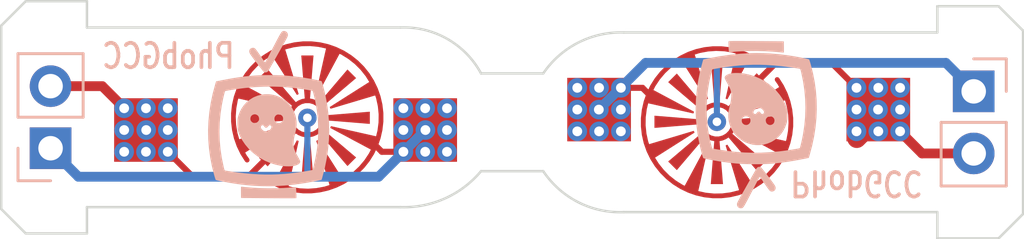
<source format=kicad_pcb>
(kicad_pcb (version 20221018) (generator pcbnew)
  (layers (0 "F.Cu" signal) (31 "B.Cu" signal) (36 "B.SilkS" user "B.Silkscreen") (37 "F.SilkS" user "F.Silkscreen") (38 "B.Mask" user) (39 "F.Mask" user) (44 "Edge.Cuts" user))
  (net 0 "")
  (net 1 "Net-(J1-Pad1)")
  (net 2 "Net-(J1-Pad2)")
  (net 3 "Net-(J2-Pad1)")
  (net 4 "Net-(J2-Pad2)")
  (footprint "PhobGCC_2_0_0_footprints:Trigger_Contact_Big" (layer "F.Cu") (at 116.797971 71.588)
    (fp_text reference "SW1" hide)
    (fp_text value "L" hide)
    (pad "1" thru_hole circle (at -5.7 -1.39) (size 0.8 0.8) (drill 0.4) (layers "*.Cu" "*.Mask") (net 1 "Net-(J1-Pad1)"))
    (pad "1" thru_hole circle (at -5.7 -0.5) (size 0.8 0.8) (drill 0.4) (layers "*.Cu" "*.Mask") (net 1 "Net-(J1-Pad1)"))
    (pad "1" thru_hole circle (at -5.7 0.39) (size 0.8 0.8) (drill 0.4) (layers "*.Cu" "*.Mask") (net 1 "Net-(J1-Pad1)"))
    (pad "1" thru_hole circle (at -4.82 -0.5) (size 0.8 0.8) (drill 0.4) (layers "*.Cu" "*.Mask") (net 1 "Net-(J1-Pad1)"))
    (pad "1" thru_hole circle (at -4.81 -1.39) (size 0.8 0.8) (drill 0.4) (layers "*.Cu" "*.Mask") (net 1 "Net-(J1-Pad1)"))
    (pad "1" smd custom (at -4.81 -0.5) (size 1.524 1.524) (layers "F.Cu" "F.Paste" "F.Mask") (net 1 "Net-(J1-Pad1)") (options (clearance outline) (anchor circle)) (primitives (gr_rect (start -1.3 -1.3) (end 1.3 1.3) (width 0) (fill yes))))
    (pad "1" thru_hole circle (at -4.81 0.39) (size 0.8 0.8) (drill 0.4) (layers "*.Cu" "*.Mask") (net 1 "Net-(J1-Pad1)"))
    (pad "1" thru_hole circle (at -3.92 -1.39) (size 0.8 0.8) (drill 0.4) (layers "*.Cu" "*.Mask") (net 1 "Net-(J1-Pad1)"))
    (pad "1" thru_hole circle (at -3.92 -0.5) (size 0.8 0.8) (drill 0.4) (layers "*.Cu" "*.Mask") (net 1 "Net-(J1-Pad1)"))
    (pad "1" thru_hole circle (at -3.92 0.39) (size 0.8 0.8) (drill 0.4) (layers "*.Cu" "*.Mask") (net 1 "Net-(J1-Pad1)"))
    (pad "1" smd custom (at -2.65 -1) (size 0.356 0.356) (layers "F.Cu" "F.Paste" "F.Mask") (net 1 "Net-(J1-Pad1)") (options (clearance outline) (anchor circle)) (primitives (gr_arc (start 5.111435 -0.72988) (mid 0.526945 3.15211) (end 4.399839 -1.440066) (width 0.2)) (gr_poly (pts (xy 1.703449 1.369774) (xy 1.738804 1.440485) (xy 0.114665 2.472705) (xy -0.1505 1.924697)) (width 0) (fill yes)) (gr_poly (pts (xy 3.005749 1.969063) (xy 3.076459 1.933707) (xy 4.114047 3.568938) (xy 3.56604 3.834103)) (width 0) (fill yes)) (gr_poly (pts (xy 2.287472 0.057205) (xy 2.21676 0.092561) (xy 1.183521 -1.534395) (xy 1.731529 -1.79956)) (width 0) (fill yes)) (gr_poly (pts (xy 3.583103 1.448376) (xy 3.608104 1.373376) (xy 5.48821 1.792543) (xy 5.288209 2.367544)) (width 0) (fill yes)) (gr_poly (pts (xy 2.235686 1.937266) (xy 2.310687 1.962266) (xy 1.879832 3.875973) (xy 1.304833 3.675973)) (width 0) (fill yes)) (gr_poly (pts (xy 3.634031 0.65999) (xy 3.598676 0.58928) (xy 5.221933 -0.442173) (xy 5.487098 0.105835)) (width 0) (fill yes)) (gr_poly (pts (xy 3.079247 0.078767) (xy 3.004246 0.053767) (xy 3.426359 -1.833924) (xy 4.001359 -1.633924)) (width 0) (fill yes)) (gr_poly (pts (xy 1.716083 0.585141) (xy 1.691082 0.66014) (xy -0.234407 0.224862) (xy -0.034407 -0.350138)) (width 0) (fill yes))))
    (pad "1" thru_hole circle (at 0 0) (size 0.75 0.75) (drill 0.35) (layers "*.Cu" "*.Mask") (net 1 "Net-(J1-Pad1)"))
    (pad "2" smd custom (at 1.65 -1.65) (size 0.356 0.156) (layers "F.Cu" "F.Paste" "F.Mask") (net 2 "Net-(J1-Pad2)") (options (clearance outline) (anchor rect)) (primitives (gr_poly (pts (xy -1.097608 1.226794) (xy -1.239029 1.085372) (xy -0.027632 -0.338156) (xy 0.325921 0.015398)) (width 0) (fill yes)) (gr_circle (center -1.65 1.65) (end -0.95 1.65) (width 0.2) (fill none)) (gr_poly (pts (xy -0.95 1.75) (xy -0.95 1.55) (xy 0.9 1.4) (xy 0.9 1.9)) (width 0) (fill yes)) (gr_poly (pts (xy -1.75 2.35) (xy -1.55 2.35) (xy -1.4 4.2) (xy -1.9 4.2)) (width 0) (fill yes)) (gr_poly (pts (xy -2.35 1.55) (xy -2.35 1.75) (xy -4.2 1.9) (xy -4.2 1.4)) (width 0) (fill yes)) (gr_poly (pts (xy -2.087557 1.085372) (xy -2.228979 1.226794) (xy -3.640007 0.027898) (xy -3.286453 -0.325656)) (width 0) (fill yes)) (gr_poly (pts (xy -1.239029 2.216743) (xy -1.097608 2.075322) (xy 0.32592 3.286718) (xy -0.027633 3.640271)) (width 0) (fill yes)) (gr_poly (pts (xy -2.228979 2.075322) (xy -2.087557 2.216743) (xy -3.286451 3.62777) (xy -3.640005 3.274217)) (width 0) (fill yes)) (gr_poly (pts (xy -1.55 0.95) (xy -1.75 0.95) (xy -1.9 -0.9) (xy -1.4 -0.9)) (width 0) (fill yes))))
    (pad "2" thru_hole circle (at 5.7 -1.39) (size 0.8 0.8) (drill 0.4) (layers "*.Cu" "*.Mask") (net 2 "Net-(J1-Pad2)"))
    (pad "2" thru_hole circle (at 5.7 -0.5) (size 0.8 0.8) (drill 0.4) (layers "*.Cu" "*.Mask") (net 2 "Net-(J1-Pad2)"))
    (pad "2" thru_hole circle (at 5.7 0.39) (size 0.8 0.8) (drill 0.4) (layers "*.Cu" "*.Mask") (net 2 "Net-(J1-Pad2)"))
    (pad "2" thru_hole circle (at 6.58 -0.5) (size 0.8 0.8) (drill 0.4) (layers "*.Cu" "*.Mask") (net 2 "Net-(J1-Pad2)"))
    (pad "2" thru_hole circle (at 6.59 -1.39) (size 0.8 0.8) (drill 0.4) (layers "*.Cu" "*.Mask") (net 2 "Net-(J1-Pad2)"))
    (pad "2" smd custom (at 6.59 -0.5) (size 1.524 1.524) (layers "F.Cu" "F.Paste" "F.Mask") (net 2 "Net-(J1-Pad2)") (options (clearance outline) (anchor circle)) (primitives (gr_rect (start -1.3 -1.3) (end 1.3 1.3) (width 0) (fill yes))))
    (pad "2" thru_hole circle (at 6.59 0.39) (size 0.8 0.8) (drill 0.4) (layers "*.Cu" "*.Mask") (net 2 "Net-(J1-Pad2)"))
    (pad "2" thru_hole circle (at 7.48 -1.39) (size 0.8 0.8) (drill 0.4) (layers "*.Cu" "*.Mask") (net 2 "Net-(J1-Pad2)"))
    (pad "2" thru_hole circle (at 7.48 -0.5) (size 0.8 0.8) (drill 0.4) (layers "*.Cu" "*.Mask") (net 2 "Net-(J1-Pad2)"))
    (pad "2" thru_hole circle (at 7.48 0.39) (size 0.8 0.8) (drill 0.4) (layers "*.Cu" "*.Mask") (net 2 "Net-(J1-Pad2)"))
  )
  (footprint "PhobGCC_Footprints:breakaway-mousebites-double" (layer "F.Cu") (at 109.705907 71.375 90)
    (fp_text reference "H2" hide)
    (fp_text value "MouseBiteRA" hide)
    (fp_line (start -2.233 -2.537893) (end -2.233 0.002107) (stroke (width 0.1)) (layer "Edge.Cuts"))
    (fp_line (start 1.767 -2.537893) (end 1.767 0.002107) (stroke (width 0.1)) (layer "Edge.Cuts"))
    (pad "" np_thru_hole circle (at -1.5 -2.26085 270) (size 0.7874 0.7874) (drill 0.7874) (layers "*.Cu" "*.Mask"))
    (pad "" np_thru_hole circle (at -1.5 -0.23 90) (size 0.7874 0.7874) (drill 0.7874) (layers "*.Cu" "*.Mask"))
    (pad "" np_thru_hole circle (at -0.23 -2.26085 270) (size 0.7874 0.7874) (drill 0.7874) (layers "*.Cu" "*.Mask"))
    (pad "" np_thru_hole circle (at -0.23 -0.23 90) (size 0.7874 0.7874) (drill 0.7874) (layers "*.Cu" "*.Mask"))
    (pad "" np_thru_hole circle (at 1.04 -2.26085 270) (size 0.7874 0.7874) (drill 0.7874) (layers "*.Cu" "*.Mask"))
    (pad "" np_thru_hole circle (at 1.04 -0.23 90) (size 0.7874 0.7874) (drill 0.7874) (layers "*.Cu" "*.Mask"))
  )
  (footprint "PhobGCC_2_0_0_footprints:Trigger_Contact_Big" (layer "F.Cu") (at 100.078057 71.424503 180)
    (fp_text reference "SW2" hide)
    (fp_text value "R" hide)
    (pad "1" thru_hole circle (at -5.7 -1.39 180) (size 0.8 0.8) (drill 0.4) (layers "*.Cu" "*.Mask") (net 3 "Net-(J2-Pad1)"))
    (pad "1" thru_hole circle (at -5.7 -0.5 180) (size 0.8 0.8) (drill 0.4) (layers "*.Cu" "*.Mask") (net 3 "Net-(J2-Pad1)"))
    (pad "1" thru_hole circle (at -5.7 0.39 180) (size 0.8 0.8) (drill 0.4) (layers "*.Cu" "*.Mask") (net 3 "Net-(J2-Pad1)"))
    (pad "1" thru_hole circle (at -4.82 -0.5 180) (size 0.8 0.8) (drill 0.4) (layers "*.Cu" "*.Mask") (net 3 "Net-(J2-Pad1)"))
    (pad "1" thru_hole circle (at -4.81 -1.39 180) (size 0.8 0.8) (drill 0.4) (layers "*.Cu" "*.Mask") (net 3 "Net-(J2-Pad1)"))
    (pad "1" smd custom (at -4.81 -0.5 180) (size 1.524 1.524) (layers "F.Cu" "F.Paste" "F.Mask") (net 3 "Net-(J2-Pad1)") (options (clearance outline) (anchor circle)) (primitives (gr_rect (start -1.3 -1.3) (end 1.3 1.3) (width 0) (fill yes))))
    (pad "1" thru_hole circle (at -4.81 0.39 180) (size 0.8 0.8) (drill 0.4) (layers "*.Cu" "*.Mask") (net 3 "Net-(J2-Pad1)"))
    (pad "1" thru_hole circle (at -3.92 -1.39 180) (size 0.8 0.8) (drill 0.4) (layers "*.Cu" "*.Mask") (net 3 "Net-(J2-Pad1)"))
    (pad "1" thru_hole circle (at -3.92 -0.5 180) (size 0.8 0.8) (drill 0.4) (layers "*.Cu" "*.Mask") (net 3 "Net-(J2-Pad1)"))
    (pad "1" thru_hole circle (at -3.92 0.39 180) (size 0.8 0.8) (drill 0.4) (layers "*.Cu" "*.Mask") (net 3 "Net-(J2-Pad1)"))
    (pad "1" smd custom (at -2.65 -1 180) (size 0.356 0.356) (layers "F.Cu" "F.Paste" "F.Mask") (net 3 "Net-(J2-Pad1)") (options (clearance outline) (anchor circle)) (primitives (gr_arc (start 5.111435 -0.72988) (mid 0.526945 3.15211) (end 4.399839 -1.440066) (width 0.2)) (gr_poly (pts (xy 1.703449 1.369774) (xy 1.738804 1.440485) (xy 0.114665 2.472705) (xy -0.1505 1.924697)) (width 0) (fill yes)) (gr_poly (pts (xy 3.005749 1.969063) (xy 3.076459 1.933707) (xy 4.114047 3.568938) (xy 3.56604 3.834103)) (width 0) (fill yes)) (gr_poly (pts (xy 2.287472 0.057205) (xy 2.21676 0.092561) (xy 1.183521 -1.534395) (xy 1.731529 -1.79956)) (width 0) (fill yes)) (gr_poly (pts (xy 3.583103 1.448376) (xy 3.608104 1.373376) (xy 5.48821 1.792543) (xy 5.288209 2.367544)) (width 0) (fill yes)) (gr_poly (pts (xy 2.235686 1.937266) (xy 2.310687 1.962266) (xy 1.879832 3.875973) (xy 1.304833 3.675973)) (width 0) (fill yes)) (gr_poly (pts (xy 3.634031 0.65999) (xy 3.598676 0.58928) (xy 5.221933 -0.442173) (xy 5.487098 0.105835)) (width 0) (fill yes)) (gr_poly (pts (xy 3.079247 0.078767) (xy 3.004246 0.053767) (xy 3.426359 -1.833924) (xy 4.001359 -1.633924)) (width 0) (fill yes)) (gr_poly (pts (xy 1.716083 0.585141) (xy 1.691082 0.66014) (xy -0.234407 0.224862) (xy -0.034407 -0.350138)) (width 0) (fill yes))))
    (pad "1" thru_hole circle (at 0 0 180) (size 0.75 0.75) (drill 0.35) (layers "*.Cu" "*.Mask") (net 3 "Net-(J2-Pad1)"))
    (pad "2" smd custom (at 1.65 -1.65 180) (size 0.356 0.156) (layers "F.Cu" "F.Paste" "F.Mask") (net 4 "Net-(J2-Pad2)") (options (clearance outline) (anchor rect)) (primitives (gr_poly (pts (xy -1.097608 1.226794) (xy -1.239029 1.085372) (xy -0.027632 -0.338156) (xy 0.325921 0.015398)) (width 0) (fill yes)) (gr_circle (center -1.65 1.65) (end -0.95 1.65) (width 0.2) (fill none)) (gr_poly (pts (xy -0.95 1.75) (xy -0.95 1.55) (xy 0.9 1.4) (xy 0.9 1.9)) (width 0) (fill yes)) (gr_poly (pts (xy -1.75 2.35) (xy -1.55 2.35) (xy -1.4 4.2) (xy -1.9 4.2)) (width 0) (fill yes)) (gr_poly (pts (xy -2.35 1.55) (xy -2.35 1.75) (xy -4.2 1.9) (xy -4.2 1.4)) (width 0) (fill yes)) (gr_poly (pts (xy -2.087557 1.085372) (xy -2.228979 1.226794) (xy -3.640007 0.027898) (xy -3.286453 -0.325656)) (width 0) (fill yes)) (gr_poly (pts (xy -1.239029 2.216743) (xy -1.097608 2.075322) (xy 0.32592 3.286718) (xy -0.027633 3.640271)) (width 0) (fill yes)) (gr_poly (pts (xy -2.228979 2.075322) (xy -2.087557 2.216743) (xy -3.286451 3.62777) (xy -3.640005 3.274217)) (width 0) (fill yes)) (gr_poly (pts (xy -1.55 0.95) (xy -1.75 0.95) (xy -1.9 -0.9) (xy -1.4 -0.9)) (width 0) (fill yes))))
    (pad "2" thru_hole circle (at 5.7 -1.39 180) (size 0.8 0.8) (drill 0.4) (layers "*.Cu" "*.Mask") (net 4 "Net-(J2-Pad2)"))
    (pad "2" thru_hole circle (at 5.7 -0.5 180) (size 0.8 0.8) (drill 0.4) (layers "*.Cu" "*.Mask") (net 4 "Net-(J2-Pad2)"))
    (pad "2" thru_hole circle (at 5.7 0.39 180) (size 0.8 0.8) (drill 0.4) (layers "*.Cu" "*.Mask") (net 4 "Net-(J2-Pad2)"))
    (pad "2" thru_hole circle (at 6.58 -0.5 180) (size 0.8 0.8) (drill 0.4) (layers "*.Cu" "*.Mask") (net 4 "Net-(J2-Pad2)"))
    (pad "2" thru_hole circle (at 6.59 -1.39 180) (size 0.8 0.8) (drill 0.4) (layers "*.Cu" "*.Mask") (net 4 "Net-(J2-Pad2)"))
    (pad "2" smd custom (at 6.59 -0.5 180) (size 1.524 1.524) (layers "F.Cu" "F.Paste" "F.Mask") (net 4 "Net-(J2-Pad2)") (options (clearance outline) (anchor circle)) (primitives (gr_rect (start -1.3 -1.3) (end 1.3 1.3) (width 0) (fill yes))))
    (pad "2" thru_hole circle (at 6.59 0.39 180) (size 0.8 0.8) (drill 0.4) (layers "*.Cu" "*.Mask") (net 4 "Net-(J2-Pad2)"))
    (pad "2" thru_hole circle (at 7.48 -1.39 180) (size 0.8 0.8) (drill 0.4) (layers "*.Cu" "*.Mask") (net 4 "Net-(J2-Pad2)"))
    (pad "2" thru_hole circle (at 7.48 -0.5 180) (size 0.8 0.8) (drill 0.4) (layers "*.Cu" "*.Mask") (net 4 "Net-(J2-Pad2)"))
    (pad "2" thru_hole circle (at 7.48 0.39 180) (size 0.8 0.8) (drill 0.4) (layers "*.Cu" "*.Mask") (net 4 "Net-(J2-Pad2)"))
  )
  (footprint "PhobGCC_Footprints:Pin_Header_Straight_1x02_Pitch2.54mm" (layer "B.Cu") (at 127.282971 70.343003 180)
    (fp_text reference "J1" hide)
    (fp_text value "L" hide)
    (fp_line (start -1.33 -3.87) (end 1.33 -3.87) (stroke (width 0.12)) (layer "B.SilkS"))
    (fp_line (start -1.33 -1.27) (end -1.33 -3.87) (stroke (width 0.12)) (layer "B.SilkS"))
    (fp_line (start -1.33 -1.27) (end 1.33 -1.27) (stroke (width 0.12)) (layer "B.SilkS"))
    (fp_line (start -1.33 0) (end -1.33 1.33) (stroke (width 0.12)) (layer "B.SilkS"))
    (fp_line (start -1.33 1.33) (end 0 1.33) (stroke (width 0.12)) (layer "B.SilkS"))
    (fp_line (start 1.33 -1.27) (end 1.33 -3.87) (stroke (width 0.12)) (layer "B.SilkS"))
    (pad "1" thru_hole rect (at 0 0 180) (size 1.7 1.7) (drill 1) (layers "*.Cu" "*.Mask") (net 1 "Net-(J1-Pad1)"))
    (pad "2" thru_hole oval (at 0 -2.54 180) (size 1.7 1.7) (drill 1) (layers "*.Cu" "*.Mask") (net 2 "Net-(J1-Pad2)"))
  )
  (footprint "Library:phobtv_bold_smol" (layer "B.Cu") (at 118.4 71.7)
    (fp_text reference "G***" hide)
    (fp_text value "LOGO" hide)
    (fp_poly (pts (xy 1.128773 -2.944901) (xy 1.13119 -2.945735) (xy 1.132329 -2.957281) (xy 1.133129 -2.986661) (xy 1.13361 -3.029938) (xy 1.133795 -3.083174) (xy 1.133708 -3.142431) (xy 1.133368 -3.203771) (xy 1.1328 -3.263258) (xy 1.132025 -3.316954) (xy 1.131065 -3.360921) (xy 1.129943 -3.391221) (xy 1.128681 -3.403918) (xy 1.128604 -3.404031) (xy 1.117709 -3.404349) (xy 1.086478 -3.404802) (xy 1.036351 -3.405378) (xy 0.968764 -3.406064) (xy 0.885158 -3.406847) (xy 0.78697 -3.407716) (xy 0.675639 -3.408657) (xy 0.552603 -3.409658) (xy 0.419301 -3.410707) (xy 0.277172 -3.411792) (xy 0.127653 -3.412899) (xy 0.004348 -3.413788) (xy -0.185953 -3.415088) (xy -0.355457 -3.416119) (xy -0.505138 -3.416879) (xy -0.635972 -3.417362) (xy -0.748934 -3.417564) (xy -0.844998 -3.417481) (xy -0.925141 -3.417108) (xy -0.990337 -3.416442) (xy -1.041561 -3.415478) (xy -1.07979 -3.414212) (xy -1.105997 -3.41264) (xy -1.121158 -3.410757) (xy -1.126145 -3.408828) (xy -1.128989 -3.393264) (xy -1.13037 -3.360941) (xy -1.130462 -3.315773) (xy -1.12944 -3.261675) (xy -1.127477 -3.202563) (xy -1.124747 -3.142353) (xy -1.121424 -3.084958) (xy -1.117681 -3.034296) (xy -1.113692 -2.99428) (xy -1.109632 -2.968827) (xy -1.106286 -2.961564) (xy -1.09193 -2.962508) (xy -1.059643 -2.964987) (xy -1.01319 -2.9687) (xy -0.956337 -2.973346) (xy -0.903643 -2.977721) (xy -0.602638 -2.997432) (xy -0.288392 -3.007747) (xy 0.032733 -3.008756) (xy 0.354379 -3.000551) (xy 0.670184 -2.983219) (xy 0.973789 -2.956852) (xy 1.033638 -2.950373) (xy 1.076029 -2.946313) (xy 1.109532 -2.944404)) (fill solid) (layer "B.SilkS"))
    (fp_poly (pts (xy -0.59812 3.42473) (xy -0.584482 3.42319) (xy -0.571776 3.420306) (xy -0.559287 3.414918) (xy -0.546301 3.405862) (xy -0.532103 3.391979) (xy -0.515979 3.372104) (xy -0.497216 3.345077) (xy -0.475098 3.309736) (xy -0.448911 3.264918) (xy -0.417942 3.209462) (xy -0.381475 3.142206) (xy -0.338797 3.061987) (xy -0.289193 2.967645) (xy -0.23195 2.858017) (xy -0.166351 2.731941) (xy -0.091685 2.588256) (xy -0.055279 2.518204) (xy -0.01572 2.442223) (xy 0.02169 2.370611) (xy 0.055475 2.306177) (xy 0.084155 2.25173) (xy 0.106256 2.210079) (xy 0.120299 2.184032) (xy 0.122897 2.179369) (xy 0.138152 2.153686) (xy 0.147734 2.144631) (xy 0.156638 2.149851) (xy 0.164435 2.159793) (xy 0.174899 2.174535) (xy 0.195901 2.20475) (xy 0.22571 2.247925) (xy 0.262594 2.301545) (xy 0.304822 2.363097) (xy 0.350662 2.430066) (xy 0.359254 2.442633) (xy 0.418275 2.527919) (xy 0.46914 2.599199) (xy 0.511079 2.655455) (xy 0.543324 2.695666) (xy 0.565106 2.718812) (xy 0.57051 2.72294) (xy 0.618958 2.740681) (xy 0.670728 2.74032) (xy 0.719967 2.723501) (xy 0.760824 2.69187) (xy 0.780189 2.664) (xy 0.796689 2.61039) (xy 0.7918 2.554324) (xy 0.765475 2.495278) (xy 0.764157 2.493137) (xy 0.742209 2.459787) (xy 0.710563 2.414409) (xy 0.670928 2.359245) (xy 0.625015 2.296538) (xy 0.574533 2.228531) (xy 0.521192 2.157467) (xy 0.466703 2.085589) (xy 0.412775 2.015138) (xy 0.361119 1.948359) (xy 0.313444 1.887493) (xy 0.271461 1.834783) (xy 0.236879 1.792473) (xy 0.211408 1.762805) (xy 0.196759 1.748022) (xy 0.195304 1.747062) (xy 0.146972 1.733083) (xy 0.095475 1.735985) (xy 0.06297 1.747997) (xy 0.039548 1.7673) (xy 0.015318 1.797046) (xy 0.007057 1.810163) (xy -0.048584 1.907708) (xy -0.108173 2.012418) (xy -0.170529 2.122202) (xy -0.234473 2.234968) (xy -0.298824 2.348625) (xy -0.362402 2.461083) (xy -0.424028 2.57025) (xy -0.482521 2.674034) (xy -0.536701 2.770345) (xy -0.585388 2.857093) (xy -0.627403 2.932184) (xy -0.661565 2.993529) (xy -0.686694 3.039036) (xy -0.695127 3.054504) (xy -0.72892 3.117818) (xy -0.753166 3.165834) (xy -0.769319 3.202047) (xy -0.778833 3.229953) (xy -0.783161 3.253046) (xy -0.783883 3.267918) (xy -0.774178 3.323421) (xy -0.747489 3.370205) (xy -0.707453 3.404896) (xy -0.65771 3.424116) (xy -0.613403 3.42609)) (fill solid) (layer "B.SilkS"))
    (fp_poly (pts (xy 0.162363 0.840019) (xy 0.312452 0.819482) (xy 0.461465 0.779284) (xy 0.607771 0.718737) (xy 0.649975 0.696997) (xy 0.7857 0.611664) (xy 0.907633 0.509969) (xy 1.014824 0.393133) (xy 1.106325 0.262377) (xy 1.181188 0.118921) (xy 1.238463 -0.036012) (xy 1.249378 -0.074365) (xy 1.260146 -0.116636) (xy 1.267816 -0.154048) (xy 1.272903 -0.191873) (xy 1.275924 -0.235381) (xy 1.277397 -0.289844) (xy 1.277837 -0.360533) (xy 1.277841 -0.364724) (xy 1.275868 -0.472086) (xy 1.269006 -0.563504) (xy 1.256148 -0.644475) (xy 1.236185 -0.720499) (xy 1.208011 -0.797073) (xy 1.176628 -0.867015) (xy 1.077804 -1.048975) (xy 0.96094 -1.22021) (xy 0.827496 -1.379683) (xy 0.678932 -1.526355) (xy 0.516709 -1.65919) (xy 0.342288 -1.777149) (xy 0.157128 -1.879195) (xy -0.037309 -1.964291) (xy -0.239564 -2.031398) (xy -0.448175 -2.07948) (xy -0.553086 -2.095888) (xy -0.636564 -2.104315) (xy -0.727664 -2.109134) (xy -0.819318 -2.110274) (xy -0.904461 -2.107663) (xy -0.976024 -2.101228) (xy -0.982752 -2.100285) (xy -1.07249 -2.082329) (xy -1.148703 -2.05724) (xy -1.209671 -2.026053) (xy -1.253675 -1.989807) (xy -1.278997 -1.949539) (xy -1.284697 -1.918084) (xy -1.278264 -1.88773) (xy -1.25929 -1.840995) (xy -1.228266 -1.77894) (xy -1.18568 -1.702631) (xy -1.184754 -1.701035) (xy -1.126819 -1.596941) (xy -1.082312 -1.506876) (xy -1.050215 -1.42858) (xy -1.029509 -1.359792) (xy -1.027924 -1.35289) (xy -1.015291 -1.261036) (xy -1.014202 -1.153305) (xy -1.024399 -1.032121) (xy -1.045625 -0.899909) (xy -1.077623 -0.759092) (xy -1.099252 -0.680454) (xy -1.125763 -0.5577) (xy -1.129806 -0.513594) (xy -0.111014 -0.513594) (xy -0.094045 -0.558235) (xy -0.080596 -0.579578) (xy -0.032354 -0.632298) (xy 0.024243 -0.664967) (xy 0.089325 -0.677622) (xy 0.163027 -0.670306) (xy 0.192531 -0.662538) (xy 0.222368 -0.646408) (xy 0.256711 -0.617636) (xy 0.289227 -0.582469) (xy 0.313587 -0.547154) (xy 0.317613 -0.539138) (xy 0.324271 -0.500678) (xy 0.312081 -0.464065) (xy 0.288276 -0.439778) (xy 0.26483 -0.428438) (xy 0.241928 -0.430528) (xy 0.228569 -0.435517) (xy 0.206162 -0.447203) (xy 0.196022 -0.457239) (xy 0.195971 -0.457751) (xy 0.18954 -0.47093) (xy 0.173528 -0.492971) (xy 0.167785 -0.499979) (xy 0.134228 -0.527281) (xy 0.098891 -0.533367) (xy 0.064139 -0.518164) (xy 0.048583 -0.503536) (xy 0.023265 -0.475015) (xy -0.000411 -0.448248) (xy -0.000558 -0.448081) (xy -0.022967 -0.430011) (xy -0.048129 -0.428798) (xy -0.052357 -0.429745) (xy -0.089782 -0.44729) (xy -0.109463 -0.475926) (xy -0.111014 -0.513594) (xy -1.129806 -0.513594) (xy -1.137966 -0.424562) (xy -1.135917 -0.287023) (xy -1.120353 -0.156754) (xy -0.587872 -0.156754) (xy -0.577987 -0.219373) (xy -0.549907 -0.273013) (xy -0.505844 -0.314169) (xy -0.479406 -0.328575) (xy -0.441228 -0.337057) (xy -0.393983 -0.336335) (xy -0.347856 -0.327377) (xy -0.31562 -0.313009) (xy -0.269034 -0.272203) (xy -0.241614 -0.224727) (xy -0.234696 -0.191958) (xy 0.393496 -0.191958) (xy 0.399564 -0.220902) (xy 0.414631 -0.248514) (xy 0.415734 -0.250148) (xy 0.45918 -0.299023) (xy 0.510129 -0.327839) (xy 0.570194 -0.337501) (xy 0.571582 -0.337505) (xy 0.620945 -0.332523) (xy 0.660164 -0.315875) (xy 0.664976 -0.31275) (xy 0.712785 -0.271466) (xy 0.740478 -0.224403) (xy 0.749504 -0.168779) (xy 0.748914 -0.15171) (xy 0.735905 -0.088784) (xy 0.7064 -0.0399) (xy 0.659971 -0.004405) (xy 0.64887 0.00103) (xy 0.59371 0.018531) (xy 0.541799 0.017155) (xy 0.494294 0.00103) (xy 0.444503 -0.031922) (xy 0.41172 -0.078135) (xy 0.395517 -0.138262) (xy 0.39425 -0.15171) (xy 0.393496 -0.191958) (xy -0.234696 -0.191958) (xy -0.231692 -0.177729) (xy -0.235855 -0.118771) (xy -0.257272 -0.067345) (xy -0.292399 -0.025802) (xy -0.337693 0.003508) (xy -0.389611 0.018236) (xy -0.444609 0.016031) (xy -0.495048 -0.003067) (xy -0.545257 -0.041774) (xy -0.576057 -0.090243) (xy -0.58774 -0.148953) (xy -0.587872 -0.156754) (xy -1.120353 -0.156754) (xy -1.119673 -0.151063) (xy -1.093177 -0.035732) (xy -1.038897 0.11477) (xy -0.967752 0.253152) (xy -0.881373 0.378727) (xy -0.78139 0.49081) (xy -0.669436 0.588715) (xy -0.547141 0.671757) (xy -0.416136 0.739249) (xy -0.278052 0.790507) (xy -0.13452 0.824845) (xy 0.012828 0.841578)) (fill solid) (layer "B.SilkS"))
    (fp_poly (pts (xy 0.161396 1.622304) (xy 0.359089 1.616435) (xy 0.55271 1.606222) (xy 0.745436 1.59131) (xy 0.940445 1.571344) (xy 1.140916 1.545968) (xy 1.350027 1.514829) (xy 1.570956 1.477571) (xy 1.806882 1.433839) (xy 1.997747 1.396139) (xy 2.150102 1.365355) (xy 2.185427 1.246094) (xy 2.287068 0.867295) (xy 2.367023 0.490327) (xy 2.425295 0.115066) (xy 2.461884 -0.258609) (xy 2.476792 -0.630822) (xy 2.470021 -1.001695) (xy 2.441573 -1.371351) (xy 2.391447 -1.739913) (xy 2.319647 -2.107503) (xy 2.230065 -2.460523) (xy 2.212119 -2.522292) (xy 2.195241 -2.577153) (xy 2.180618 -2.621498) (xy 2.169433 -2.65172) (xy 2.16324 -2.663909) (xy 2.148336 -2.670215) (xy 2.114475 -2.679704) (xy 2.064156 -2.691854) (xy 1.999881 -2.706146) (xy 1.924149 -2.722059) (xy 1.83946 -2.739071) (xy 1.748315 -2.756662) (xy 1.653212 -2.774312) (xy 1.556654 -2.7915) (xy 1.521687 -2.797531) (xy 1.214507 -2.844327) (xy 0.90246 -2.880878) (xy 0.590486 -2.906829) (xy 0.283522 -2.921827) (xy -0.013496 -2.925517) (xy -0.206858 -2.921402) (xy -0.635153 -2.897266) (xy -1.057241 -2.855709) (xy -1.477714 -2.796132) (xy -1.901164 -2.717939) (xy -2.10039 -2.675066) (xy -2.159417 -2.661807) (xy -2.190705 -2.553) (xy -2.289951 -2.171057) (xy -2.36751 -1.790765) (xy -2.423391 -1.411891) (xy -2.457599 -1.034205) (xy -2.470143 -0.657475) (xy -2.47004 -0.653236) (xy -2.018199 -0.653236) (xy -2.015624 -0.837629) (xy -2.008388 -1.009704) (xy -1.995885 -1.175605) (xy -1.97751 -1.341472) (xy -1.952657 -1.513449) (xy -1.92072 -1.697678) (xy -1.909276 -1.758294) (xy -1.897795 -1.815238) (xy -1.883895 -1.879697) (xy -1.868416 -1.948237) (xy -1.852198 -2.017424) (xy -1.83608 -2.083823) (xy -1.820901 -2.144001) (xy -1.8075 -2.194523) (xy -1.796718 -2.231954) (xy -1.789394 -2.25286) (xy -1.787677 -2.255773) (xy -1.774485 -2.260242) (xy -1.742879 -2.267433) (xy -1.695972 -2.276798) (xy -1.636878 -2.287791) (xy -1.56871 -2.299863) (xy -1.494581 -2.312466) (xy -1.417604 -2.325052) (xy -1.340894 -2.337075) (xy -1.267563 -2.347985) (xy -1.246592 -2.350973) (xy -0.94631 -2.389436) (xy -0.660917 -2.417912) (xy -0.386075 -2.436633) (xy -0.117447 -2.445835) (xy 0.149305 -2.445752) (xy 0.375611 -2.438654) (xy 0.705458 -2.418983) (xy 1.026407 -2.389658) (xy 1.348651 -2.349642) (xy 1.55688 -2.318483) (xy 1.622041 -2.308042) (xy 1.681006 -2.298423) (xy 1.729909 -2.290271) (xy 1.764885 -2.284229) (xy 1.781791 -2.281008) (xy 1.792169 -2.276096) (xy 1.801247 -2.264442) (xy 1.810361 -2.242642) (xy 1.820847 -2.207293) (xy 1.834041 -2.154989) (xy 1.838444 -2.13667) (xy 1.914414 -1.773068) (xy 1.968612 -1.409741) (xy 2.001039 -1.046666) (xy 2.011693 -0.683817) (xy 2.000576 -0.321167) (xy 1.967688 0.041309) (xy 1.91303 0.403636) (xy 1.867572 0.631128) (xy 1.851364 0.703463) (xy 1.835066 0.77303) (xy 1.819516 0.836552) (xy 1.805547 0.890754) (xy 1.793997 0.932364) (xy 1.785699 0.958105) (xy 1.782441 0.96478) (xy 1.768019 0.970209) (xy 1.73469 0.978064) (xy 1.685134 0.987921) (xy 1.622033 0.999359) (xy 1.548066 1.011952) (xy 1.465914 1.025279) (xy 1.378258 1.038917) (xy 1.287778 1.052442) (xy 1.197154 1.065432) (xy 1.109068 1.077463) (xy 1.026199 1.088112) (xy 0.951227 1.096957) (xy 0.930862 1.099176) (xy 0.567955 1.131126) (xy 0.211022 1.149214) (xy -0.137348 1.153418) (xy -0.474563 1.143713) (xy -0.798035 1.120075) (xy -0.843763 1.115477) (xy -0.928307 1.106209) (xy -1.019973 1.095349) (xy -1.116295 1.083259) (xy -1.214809 1.070302) (xy -1.31305 1.056841) (xy -1.408552 1.043239) (xy -1.498851 1.029858) (xy -1.581482 1.017061) (xy -1.65398 1.00521) (xy -1.713879 0.994669) (xy -1.758715 0.985801) (xy -1.786023 0.978967) (xy -1.793238 0.975757) (xy -1.798863 0.962277) (xy -1.808297 0.931036) (xy -1.820672 0.885541) (xy -1.835119 0.829296) (xy -1.850771 0.765807) (xy -1.866759 0.698581) (xy -1.882215 0.631122) (xy -1.896271 0.566937) (xy -1.905466 0.522589) (xy -1.945937 0.302451) (xy -1.976786 0.090528) (xy -1.998642 -0.11977) (xy -2.012137 -0.335032) (xy -2.017904 -0.561847) (xy -2.018199 -0.653236) (xy -2.47004 -0.653236) (xy -2.46103 -0.28147) (xy -2.430266 0.094041) (xy -2.377858 0.46929) (xy -2.303815 0.844507) (xy -2.296126 0.878126) (xy -2.278157 0.953714) (xy -2.258844 1.031297) (xy -2.239038 1.10781) (xy -2.219589 1.180186) (xy -2.201346 1.245359) (xy -2.18516 1.300263) (xy -2.171881 1.341833) (xy -2.162358 1.367001) (xy -2.158999 1.372774) (xy -2.14358 1.379498) (xy -2.109265 1.38919) (xy -2.058652 1.401343) (xy -1.994341 1.415449) (xy -1.918931 1.430998) (xy -1.835019 1.447485) (xy -1.745206 1.4644) (xy -1.65209 1.481236) (xy -1.55827 1.497485) (xy -1.466345 1.512639) (xy -1.378913 1.52619) (xy -1.358718 1.529172) (xy -1.090097 1.564906) (xy -0.831992 1.591709) (xy -0.576585 1.610147) (xy -0.31606 1.620784) (xy -0.043549 1.624185)) (fill solid) (layer "B.SilkS"))
  )
  (footprint "PhobGCC_Footprints:Pin_Header_Straight_1x02_Pitch2.54mm" (layer "B.Cu") (at 89.593057 72.6695)
    (fp_text reference "J2" hide)
    (fp_text value "R" hide)
    (fp_line (start -1.33 -3.87) (end 1.33 -3.87) (stroke (width 0.12)) (layer "B.SilkS"))
    (fp_line (start -1.33 -1.27) (end -1.33 -3.87) (stroke (width 0.12)) (layer "B.SilkS"))
    (fp_line (start -1.33 -1.27) (end 1.33 -1.27) (stroke (width 0.12)) (layer "B.SilkS"))
    (fp_line (start -1.33 0) (end -1.33 1.33) (stroke (width 0.12)) (layer "B.SilkS"))
    (fp_line (start -1.33 1.33) (end 0 1.33) (stroke (width 0.12)) (layer "B.SilkS"))
    (fp_line (start 1.33 -1.27) (end 1.33 -3.87) (stroke (width 0.12)) (layer "B.SilkS"))
    (pad "1" thru_hole rect (at 0 0) (size 1.7 1.7) (drill 1) (layers "*.Cu" "*.Mask") (net 3 "Net-(J2-Pad1)"))
    (pad "2" thru_hole oval (at 0 -2.54) (size 1.7 1.7) (drill 1) (layers "*.Cu" "*.Mask") (net 4 "Net-(J2-Pad2)"))
  )
  (footprint "Library:phobtv_bold_smol" (layer "B.Cu") (at 98.5 71.3 180)
    (fp_text reference "G***" hide)
    (fp_text value "LOGO" hide)
    (fp_poly (pts (xy 1.128773 -2.944901) (xy 1.13119 -2.945735) (xy 1.132329 -2.957281) (xy 1.133129 -2.986661) (xy 1.13361 -3.029938) (xy 1.133795 -3.083174) (xy 1.133708 -3.142431) (xy 1.133368 -3.203771) (xy 1.1328 -3.263258) (xy 1.132025 -3.316954) (xy 1.131065 -3.360921) (xy 1.129943 -3.391221) (xy 1.128681 -3.403918) (xy 1.128604 -3.404031) (xy 1.117709 -3.404349) (xy 1.086478 -3.404802) (xy 1.036351 -3.405378) (xy 0.968764 -3.406064) (xy 0.885158 -3.406847) (xy 0.78697 -3.407716) (xy 0.675639 -3.408657) (xy 0.552603 -3.409658) (xy 0.419301 -3.410707) (xy 0.277172 -3.411792) (xy 0.127653 -3.412899) (xy 0.004348 -3.413788) (xy -0.185953 -3.415088) (xy -0.355457 -3.416119) (xy -0.505138 -3.416879) (xy -0.635972 -3.417362) (xy -0.748934 -3.417564) (xy -0.844998 -3.417481) (xy -0.925141 -3.417108) (xy -0.990337 -3.416442) (xy -1.041561 -3.415478) (xy -1.07979 -3.414212) (xy -1.105997 -3.41264) (xy -1.121158 -3.410757) (xy -1.126145 -3.408828) (xy -1.128989 -3.393264) (xy -1.13037 -3.360941) (xy -1.130462 -3.315773) (xy -1.12944 -3.261675) (xy -1.127477 -3.202563) (xy -1.124747 -3.142353) (xy -1.121424 -3.084958) (xy -1.117681 -3.034296) (xy -1.113692 -2.99428) (xy -1.109632 -2.968827) (xy -1.106286 -2.961564) (xy -1.09193 -2.962508) (xy -1.059643 -2.964987) (xy -1.01319 -2.9687) (xy -0.956337 -2.973346) (xy -0.903643 -2.977721) (xy -0.602638 -2.997432) (xy -0.288392 -3.007747) (xy 0.032733 -3.008756) (xy 0.354379 -3.000551) (xy 0.670184 -2.983219) (xy 0.973789 -2.956852) (xy 1.033638 -2.950373) (xy 1.076029 -2.946313) (xy 1.109532 -2.944404)) (fill solid) (layer "B.SilkS"))
    (fp_poly (pts (xy -0.59812 3.42473) (xy -0.584482 3.42319) (xy -0.571776 3.420306) (xy -0.559287 3.414918) (xy -0.546301 3.405862) (xy -0.532103 3.391979) (xy -0.515979 3.372104) (xy -0.497216 3.345077) (xy -0.475098 3.309736) (xy -0.448911 3.264918) (xy -0.417942 3.209462) (xy -0.381475 3.142206) (xy -0.338797 3.061987) (xy -0.289193 2.967645) (xy -0.23195 2.858017) (xy -0.166351 2.731941) (xy -0.091685 2.588256) (xy -0.055279 2.518204) (xy -0.01572 2.442223) (xy 0.02169 2.370611) (xy 0.055475 2.306177) (xy 0.084155 2.25173) (xy 0.106256 2.210079) (xy 0.120299 2.184032) (xy 0.122897 2.179369) (xy 0.138152 2.153686) (xy 0.147734 2.144631) (xy 0.156638 2.149851) (xy 0.164435 2.159793) (xy 0.174899 2.174535) (xy 0.195901 2.20475) (xy 0.22571 2.247925) (xy 0.262594 2.301545) (xy 0.304822 2.363097) (xy 0.350662 2.430066) (xy 0.359254 2.442633) (xy 0.418275 2.527919) (xy 0.46914 2.599199) (xy 0.511079 2.655455) (xy 0.543324 2.695666) (xy 0.565106 2.718812) (xy 0.57051 2.72294) (xy 0.618958 2.740681) (xy 0.670728 2.74032) (xy 0.719967 2.723501) (xy 0.760824 2.69187) (xy 0.780189 2.664) (xy 0.796689 2.61039) (xy 0.7918 2.554324) (xy 0.765475 2.495278) (xy 0.764157 2.493137) (xy 0.742209 2.459787) (xy 0.710563 2.414409) (xy 0.670928 2.359245) (xy 0.625015 2.296538) (xy 0.574533 2.228531) (xy 0.521192 2.157467) (xy 0.466703 2.085589) (xy 0.412775 2.015138) (xy 0.361119 1.948359) (xy 0.313444 1.887493) (xy 0.271461 1.834783) (xy 0.236879 1.792473) (xy 0.211408 1.762805) (xy 0.196759 1.748022) (xy 0.195304 1.747062) (xy 0.146972 1.733083) (xy 0.095475 1.735985) (xy 0.06297 1.747997) (xy 0.039548 1.7673) (xy 0.015318 1.797046) (xy 0.007057 1.810163) (xy -0.048584 1.907708) (xy -0.108173 2.012418) (xy -0.170529 2.122202) (xy -0.234473 2.234968) (xy -0.298824 2.348625) (xy -0.362402 2.461083) (xy -0.424028 2.57025) (xy -0.482521 2.674034) (xy -0.536701 2.770345) (xy -0.585388 2.857093) (xy -0.627403 2.932184) (xy -0.661565 2.993529) (xy -0.686694 3.039036) (xy -0.695127 3.054504) (xy -0.72892 3.117818) (xy -0.753166 3.165834) (xy -0.769319 3.202047) (xy -0.778833 3.229953) (xy -0.783161 3.253046) (xy -0.783883 3.267918) (xy -0.774178 3.323421) (xy -0.747489 3.370205) (xy -0.707453 3.404896) (xy -0.65771 3.424116) (xy -0.613403 3.42609)) (fill solid) (layer "B.SilkS"))
    (fp_poly (pts (xy 0.162363 0.840019) (xy 0.312452 0.819482) (xy 0.461465 0.779284) (xy 0.607771 0.718737) (xy 0.649975 0.696997) (xy 0.7857 0.611664) (xy 0.907633 0.509969) (xy 1.014824 0.393133) (xy 1.106325 0.262377) (xy 1.181188 0.118921) (xy 1.238463 -0.036012) (xy 1.249378 -0.074365) (xy 1.260146 -0.116636) (xy 1.267816 -0.154048) (xy 1.272903 -0.191873) (xy 1.275924 -0.235381) (xy 1.277397 -0.289844) (xy 1.277837 -0.360533) (xy 1.277841 -0.364724) (xy 1.275868 -0.472086) (xy 1.269006 -0.563504) (xy 1.256148 -0.644475) (xy 1.236185 -0.720499) (xy 1.208011 -0.797073) (xy 1.176628 -0.867015) (xy 1.077804 -1.048975) (xy 0.96094 -1.22021) (xy 0.827496 -1.379683) (xy 0.678932 -1.526355) (xy 0.516709 -1.65919) (xy 0.342288 -1.777149) (xy 0.157128 -1.879195) (xy -0.037309 -1.964291) (xy -0.239564 -2.031398) (xy -0.448175 -2.07948) (xy -0.553086 -2.095888) (xy -0.636564 -2.104315) (xy -0.727664 -2.109134) (xy -0.819318 -2.110274) (xy -0.904461 -2.107663) (xy -0.976024 -2.101228) (xy -0.982752 -2.100285) (xy -1.07249 -2.082329) (xy -1.148703 -2.05724) (xy -1.209671 -2.026053) (xy -1.253675 -1.989807) (xy -1.278997 -1.949539) (xy -1.284697 -1.918084) (xy -1.278264 -1.88773) (xy -1.25929 -1.840995) (xy -1.228266 -1.77894) (xy -1.18568 -1.702631) (xy -1.184754 -1.701035) (xy -1.126819 -1.596941) (xy -1.082312 -1.506876) (xy -1.050215 -1.42858) (xy -1.029509 -1.359792) (xy -1.027924 -1.35289) (xy -1.015291 -1.261036) (xy -1.014202 -1.153305) (xy -1.024399 -1.032121) (xy -1.045625 -0.899909) (xy -1.077623 -0.759092) (xy -1.099252 -0.680454) (xy -1.125763 -0.5577) (xy -1.129806 -0.513594) (xy -0.111014 -0.513594) (xy -0.094045 -0.558235) (xy -0.080596 -0.579578) (xy -0.032354 -0.632298) (xy 0.024243 -0.664967) (xy 0.089325 -0.677622) (xy 0.163027 -0.670306) (xy 0.192531 -0.662538) (xy 0.222368 -0.646408) (xy 0.256711 -0.617636) (xy 0.289227 -0.582469) (xy 0.313587 -0.547154) (xy 0.317613 -0.539138) (xy 0.324271 -0.500678) (xy 0.312081 -0.464065) (xy 0.288276 -0.439778) (xy 0.26483 -0.428438) (xy 0.241928 -0.430528) (xy 0.228569 -0.435517) (xy 0.206162 -0.447203) (xy 0.196022 -0.457239) (xy 0.195971 -0.457751) (xy 0.18954 -0.47093) (xy 0.173528 -0.492971) (xy 0.167785 -0.499979) (xy 0.134228 -0.527281) (xy 0.098891 -0.533367) (xy 0.064139 -0.518164) (xy 0.048583 -0.503536) (xy 0.023265 -0.475015) (xy -0.000411 -0.448248) (xy -0.000558 -0.448081) (xy -0.022967 -0.430011) (xy -0.048129 -0.428798) (xy -0.052357 -0.429745) (xy -0.089782 -0.44729) (xy -0.109463 -0.475926) (xy -0.111014 -0.513594) (xy -1.129806 -0.513594) (xy -1.137966 -0.424562) (xy -1.135917 -0.287023) (xy -1.120353 -0.156754) (xy -0.587872 -0.156754) (xy -0.577987 -0.219373) (xy -0.549907 -0.273013) (xy -0.505844 -0.314169) (xy -0.479406 -0.328575) (xy -0.441228 -0.337057) (xy -0.393983 -0.336335) (xy -0.347856 -0.327377) (xy -0.31562 -0.313009) (xy -0.269034 -0.272203) (xy -0.241614 -0.224727) (xy -0.234696 -0.191958) (xy 0.393496 -0.191958) (xy 0.399564 -0.220902) (xy 0.414631 -0.248514) (xy 0.415734 -0.250148) (xy 0.45918 -0.299023) (xy 0.510129 -0.327839) (xy 0.570194 -0.337501) (xy 0.571582 -0.337505) (xy 0.620945 -0.332523) (xy 0.660164 -0.315875) (xy 0.664976 -0.31275) (xy 0.712785 -0.271466) (xy 0.740478 -0.224403) (xy 0.749504 -0.168779) (xy 0.748914 -0.15171) (xy 0.735905 -0.088784) (xy 0.7064 -0.0399) (xy 0.659971 -0.004405) (xy 0.64887 0.00103) (xy 0.59371 0.018531) (xy 0.541799 0.017155) (xy 0.494294 0.00103) (xy 0.444503 -0.031922) (xy 0.41172 -0.078135) (xy 0.395517 -0.138262) (xy 0.39425 -0.15171) (xy 0.393496 -0.191958) (xy -0.234696 -0.191958) (xy -0.231692 -0.177729) (xy -0.235855 -0.118771) (xy -0.257272 -0.067345) (xy -0.292399 -0.025802) (xy -0.337693 0.003508) (xy -0.389611 0.018236) (xy -0.444609 0.016031) (xy -0.495048 -0.003067) (xy -0.545257 -0.041774) (xy -0.576057 -0.090243) (xy -0.58774 -0.148953) (xy -0.587872 -0.156754) (xy -1.120353 -0.156754) (xy -1.119673 -0.151063) (xy -1.093177 -0.035732) (xy -1.038897 0.11477) (xy -0.967752 0.253152) (xy -0.881373 0.378727) (xy -0.78139 0.49081) (xy -0.669436 0.588715) (xy -0.547141 0.671757) (xy -0.416136 0.739249) (xy -0.278052 0.790507) (xy -0.13452 0.824845) (xy 0.012828 0.841578)) (fill solid) (layer "B.SilkS"))
    (fp_poly (pts (xy 0.161396 1.622304) (xy 0.359089 1.616435) (xy 0.55271 1.606222) (xy 0.745436 1.59131) (xy 0.940445 1.571344) (xy 1.140916 1.545968) (xy 1.350027 1.514829) (xy 1.570956 1.477571) (xy 1.806882 1.433839) (xy 1.997747 1.396139) (xy 2.150102 1.365355) (xy 2.185427 1.246094) (xy 2.287068 0.867295) (xy 2.367023 0.490327) (xy 2.425295 0.115066) (xy 2.461884 -0.258609) (xy 2.476792 -0.630822) (xy 2.470021 -1.001695) (xy 2.441573 -1.371351) (xy 2.391447 -1.739913) (xy 2.319647 -2.107503) (xy 2.230065 -2.460523) (xy 2.212119 -2.522292) (xy 2.195241 -2.577153) (xy 2.180618 -2.621498) (xy 2.169433 -2.65172) (xy 2.16324 -2.663909) (xy 2.148336 -2.670215) (xy 2.114475 -2.679704) (xy 2.064156 -2.691854) (xy 1.999881 -2.706146) (xy 1.924149 -2.722059) (xy 1.83946 -2.739071) (xy 1.748315 -2.756662) (xy 1.653212 -2.774312) (xy 1.556654 -2.7915) (xy 1.521687 -2.797531) (xy 1.214507 -2.844327) (xy 0.90246 -2.880878) (xy 0.590486 -2.906829) (xy 0.283522 -2.921827) (xy -0.013496 -2.925517) (xy -0.206858 -2.921402) (xy -0.635153 -2.897266) (xy -1.057241 -2.855709) (xy -1.477714 -2.796132) (xy -1.901164 -2.717939) (xy -2.10039 -2.675066) (xy -2.159417 -2.661807) (xy -2.190705 -2.553) (xy -2.289951 -2.171057) (xy -2.36751 -1.790765) (xy -2.423391 -1.411891) (xy -2.457599 -1.034205) (xy -2.470143 -0.657475) (xy -2.47004 -0.653236) (xy -2.018199 -0.653236) (xy -2.015624 -0.837629) (xy -2.008388 -1.009704) (xy -1.995885 -1.175605) (xy -1.97751 -1.341472) (xy -1.952657 -1.513449) (xy -1.92072 -1.697678) (xy -1.909276 -1.758294) (xy -1.897795 -1.815238) (xy -1.883895 -1.879697) (xy -1.868416 -1.948237) (xy -1.852198 -2.017424) (xy -1.83608 -2.083823) (xy -1.820901 -2.144001) (xy -1.8075 -2.194523) (xy -1.796718 -2.231954) (xy -1.789394 -2.25286) (xy -1.787677 -2.255773) (xy -1.774485 -2.260242) (xy -1.742879 -2.267433) (xy -1.695972 -2.276798) (xy -1.636878 -2.287791) (xy -1.56871 -2.299863) (xy -1.494581 -2.312466) (xy -1.417604 -2.325052) (xy -1.340894 -2.337075) (xy -1.267563 -2.347985) (xy -1.246592 -2.350973) (xy -0.94631 -2.389436) (xy -0.660917 -2.417912) (xy -0.386075 -2.436633) (xy -0.117447 -2.445835) (xy 0.149305 -2.445752) (xy 0.375611 -2.438654) (xy 0.705458 -2.418983) (xy 1.026407 -2.389658) (xy 1.348651 -2.349642) (xy 1.55688 -2.318483) (xy 1.622041 -2.308042) (xy 1.681006 -2.298423) (xy 1.729909 -2.290271) (xy 1.764885 -2.284229) (xy 1.781791 -2.281008) (xy 1.792169 -2.276096) (xy 1.801247 -2.264442) (xy 1.810361 -2.242642) (xy 1.820847 -2.207293) (xy 1.834041 -2.154989) (xy 1.838444 -2.13667) (xy 1.914414 -1.773068) (xy 1.968612 -1.409741) (xy 2.001039 -1.046666) (xy 2.011693 -0.683817) (xy 2.000576 -0.321167) (xy 1.967688 0.041309) (xy 1.91303 0.403636) (xy 1.867572 0.631128) (xy 1.851364 0.703463) (xy 1.835066 0.77303) (xy 1.819516 0.836552) (xy 1.805547 0.890754) (xy 1.793997 0.932364) (xy 1.785699 0.958105) (xy 1.782441 0.96478) (xy 1.768019 0.970209) (xy 1.73469 0.978064) (xy 1.685134 0.987921) (xy 1.622033 0.999359) (xy 1.548066 1.011952) (xy 1.465914 1.025279) (xy 1.378258 1.038917) (xy 1.287778 1.052442) (xy 1.197154 1.065432) (xy 1.109068 1.077463) (xy 1.026199 1.088112) (xy 0.951227 1.096957) (xy 0.930862 1.099176) (xy 0.567955 1.131126) (xy 0.211022 1.149214) (xy -0.137348 1.153418) (xy -0.474563 1.143713) (xy -0.798035 1.120075) (xy -0.843763 1.115477) (xy -0.928307 1.106209) (xy -1.019973 1.095349) (xy -1.116295 1.083259) (xy -1.214809 1.070302) (xy -1.31305 1.056841) (xy -1.408552 1.043239) (xy -1.498851 1.029858) (xy -1.581482 1.017061) (xy -1.65398 1.00521) (xy -1.713879 0.994669) (xy -1.758715 0.985801) (xy -1.786023 0.978967) (xy -1.793238 0.975757) (xy -1.798863 0.962277) (xy -1.808297 0.931036) (xy -1.820672 0.885541) (xy -1.835119 0.829296) (xy -1.850771 0.765807) (xy -1.866759 0.698581) (xy -1.882215 0.631122) (xy -1.896271 0.566937) (xy -1.905466 0.522589) (xy -1.945937 0.302451) (xy -1.976786 0.090528) (xy -1.998642 -0.11977) (xy -2.012137 -0.335032) (xy -2.017904 -0.561847) (xy -2.018199 -0.653236) (xy -2.47004 -0.653236) (xy -2.46103 -0.28147) (xy -2.430266 0.094041) (xy -2.377858 0.46929) (xy -2.303815 0.844507) (xy -2.296126 0.878126) (xy -2.278157 0.953714) (xy -2.258844 1.031297) (xy -2.239038 1.10781) (xy -2.219589 1.180186) (xy -2.201346 1.245359) (xy -2.18516 1.300263) (xy -2.171881 1.341833) (xy -2.162358 1.367001) (xy -2.158999 1.372774) (xy -2.14358 1.379498) (xy -2.109265 1.38919) (xy -2.058652 1.401343) (xy -1.994341 1.415449) (xy -1.918931 1.430998) (xy -1.835019 1.447485) (xy -1.745206 1.4644) (xy -1.65209 1.481236) (xy -1.55827 1.497485) (xy -1.466345 1.512639) (xy -1.378913 1.52619) (xy -1.358718 1.529172) (xy -1.090097 1.564906) (xy -0.831992 1.591709) (xy -0.576585 1.610147) (xy -0.31606 1.620784) (xy -0.043549 1.624185)) (fill solid) (layer "B.SilkS"))
  )
  (gr_line (start 125.797971 67.933) (end 112.997971 67.933) (stroke (width 0.1)) (layer "Edge.Cuts"))
  (gr_line (start 91.078057 67.729503) (end 103.878057 67.729503) (stroke (width 0.1)) (layer "Edge.Cuts"))
  (gr_line (start 88.578057 66.654503) (end 91.078057 66.654503) (stroke (width 0.1)) (layer "Edge.Cuts"))
  (gr_line (start 128.297971 66.858) (end 125.797971 66.858) (stroke (width 0.1)) (layer "Edge.Cuts"))
  (gr_line (start 87.578057 75.154503) (end 88.578057 76.154503) (stroke (width 0.1)) (layer "Edge.Cuts"))
  (gr_arc (start 112.997971 75.283) (mid 111.133614 74.876392) (end 109.708014 73.608) (stroke (width 0.1)) (layer "Edge.Cuts"))
  (gr_line (start 128.297971 76.358) (end 129.297971 75.358) (stroke (width 0.1)) (layer "Edge.Cuts"))
  (gr_line (start 88.578057 66.654503) (end 87.578057 67.654503) (stroke (width 0.1)) (layer "Edge.Cuts"))
  (gr_arc (start 103.878057 67.729503) (mid 105.792312 68.197147) (end 107.168014 69.608) (stroke (width 0.1)) (layer "Edge.Cuts"))
  (gr_line (start 91.078057 67.729503) (end 91.078057 66.654503) (stroke (width 0.1)) (layer "Edge.Cuts"))
  (gr_line (start 128.297971 76.358) (end 125.797971 76.358) (stroke (width 0.1)) (layer "Edge.Cuts"))
  (gr_line (start 125.797971 66.858) (end 125.797971 67.933) (stroke (width 0.1)) (layer "Edge.Cuts"))
  (gr_line (start 91.078057 75.079503) (end 103.878057 75.079503) (stroke (width 0.1)) (layer "Edge.Cuts"))
  (gr_line (start 88.578057 76.154503) (end 91.078057 76.154503) (stroke (width 0.1)) (layer "Edge.Cuts"))
  (gr_arc (start 107.168014 73.608) (mid 105.69328 74.724381) (end 103.878057 75.079503) (stroke (width 0.1)) (layer "Edge.Cuts"))
  (gr_line (start 125.797971 75.283) (end 112.997971 75.283) (stroke (width 0.1)) (layer "Edge.Cuts"))
  (gr_line (start 91.078057 76.154503) (end 91.078057 75.079503) (stroke (width 0.1)) (layer "Edge.Cuts"))
  (gr_arc (start 109.708014 69.608) (mid 111.137673 68.347575) (end 112.997971 67.933) (stroke (width 0.1)) (layer "Edge.Cuts"))
  (gr_line (start 129.297971 67.858) (end 128.297971 66.858) (stroke (width 0.1)) (layer "Edge.Cuts"))
  (gr_line (start 125.797971 75.283) (end 125.797971 76.358) (stroke (width 0.1)) (layer "Edge.Cuts"))
  (gr_line (start 87.578057 75.154503) (end 87.578057 67.654503) (stroke (width 0.1)) (layer "Edge.Cuts"))
  (gr_line (start 129.297971 67.858) (end 129.297971 75.358) (stroke (width 0.1)) (layer "Edge.Cuts"))
  (gr_text "PhobGCC" (at 94.4 68.9) (layer "B.SilkS") (effects (font (size 1 0.8)) (justify mirror)))
  (gr_text "PhobGCC" (at 122.5 74.1 180) (layer "B.SilkS") (effects (font (size 1 0.8)) (justify mirror)))
  (segment (start 112.489971 70.902) (end 112.303971 71.088) (width 0.77) (layer "F.Cu") (net 1))
  (segment (start 112.877971 70.198) (end 113.757971 70.198) (width 0.25) (layer "F.Cu") (net 1))
  (segment (start 113.757971 70.198) (end 114.147971 70.588) (width 0.25) (layer "F.Cu") (net 1))
  (segment (start 113.888974 69.176997) (end 111.977971 71.088) (width 0.4) (layer "B.Cu") (net 1))
  (segment (start 116.776597 69.176997) (end 113.888974 69.176997) (width 0.4) (layer "B.Cu") (net 1))
  (segment (start 126.147968 69.176997) (end 116.776597 69.176997) (width 0.4) (layer "B.Cu") (net 1))
  (segment (start 127.303971 70.333) (end 126.147968 69.176997) (width 0.4) (layer "B.Cu") (net 1))
  (segment (start 116.797971 71.588) (end 116.797971 69.198371) (width 0.25) (layer "B.Cu") (net 1))
  (segment (start 116.797971 69.198371) (end 116.776597 69.176997) (width 0.25) (layer "B.Cu") (net 1))
  (segment (start 125.172974 72.883003) (end 123.377971 71.088) (width 0.4) (layer "F.Cu") (net 2))
  (segment (start 121.489571 69.1896) (end 119.196371 69.1896) (width 0.25) (layer "F.Cu") (net 2))
  (segment (start 122.497971 70.198) (end 121.489571 69.1896) (width 0.25) (layer "F.Cu") (net 2))
  (segment (start 127.282971 72.883003) (end 125.172974 72.883003) (width 0.4) (layer "F.Cu") (net 2))
  (segment (start 119.196371 69.1896) (end 118.447971 69.938) (width 0.25) (layer "F.Cu") (net 2))
  (segment (start 122.507971 72.274) (end 123.693971 71.088) (width 0.77) (layer "F.Cu") (net 2))
  (segment (start 103.118057 72.814503) (end 102.728057 72.424503) (width 0.25) (layer "F.Cu") (net 3))
  (segment (start 104.386057 72.110503) (end 104.572057 71.924503) (width 0.77) (layer "F.Cu") (net 3))
  (segment (start 103.998057 72.814503) (end 103.118057 72.814503) (width 0.25) (layer "F.Cu") (net 3))
  (segment (start 102.987054 73.835506) (end 104.898057 71.924503) (width 0.4) (layer "B.Cu") (net 3))
  (segment (start 100.078057 71.424503) (end 100.078057 73.814457) (width 0.25) (layer "B.Cu") (net 3))
  (segment (start 89.572057 72.679503) (end 90.72806 73.835506) (width 0.4) (layer "B.Cu") (net 3))
  (segment (start 90.72806 73.835506) (end 100.099106 73.835506) (width 0.4) (layer "B.Cu") (net 3))
  (segment (start 100.099106 73.835506) (end 102.987054 73.835506) (width 0.4) (layer "B.Cu") (net 3))
  (segment (start 100.078057 73.814457) (end 100.099106 73.835506) (width 0.25) (layer "B.Cu") (net 3))
  (segment (start 97.6376 73.8632) (end 95.426754 73.8632) (width 0.25) (layer "F.Cu") (net 4))
  (segment (start 95.426754 73.8632) (end 94.378057 72.814503) (width 0.25) (layer "F.Cu") (net 4))
  (segment (start 98.428057 73.074503) (end 98.426297 73.074503) (width 0.25) (layer "F.Cu") (net 4))
  (segment (start 91.703054 70.1295) (end 93.498057 71.924503) (width 0.4) (layer "F.Cu") (net 4))
  (segment (start 98.426297 73.074503) (end 97.6376 73.8632) (width 0.25) (layer "F.Cu") (net 4))
  (segment (start 89.593057 70.1295) (end 91.703054 70.1295) (width 0.4) (layer "F.Cu") (net 4))
)
</source>
